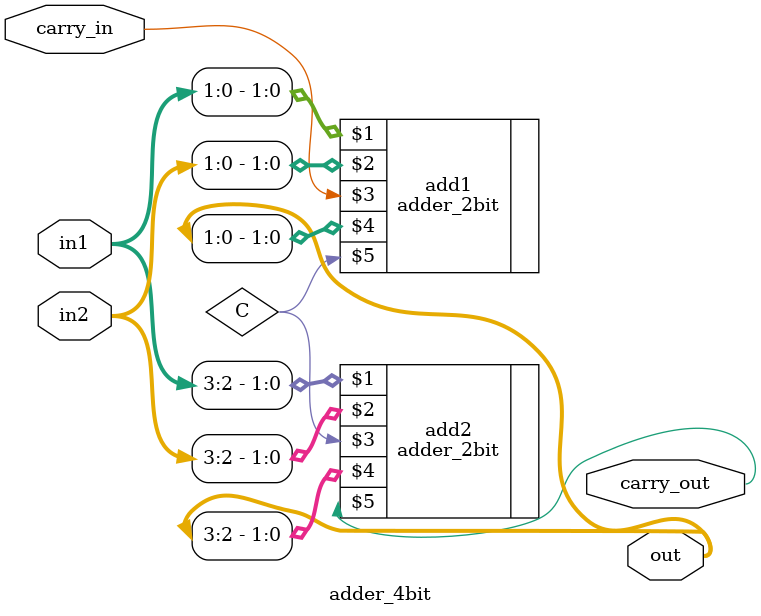
<source format=v>
module adder_4bit(input [3:0] in1, input [3:0] in2, input carry_in, output [3:0] out, output carry_out);
	wire C;
	
	adder_2bit add1(in1[1:0], in2[1:0], carry_in, out[1:0], C);
	adder_2bit add2(in1[3:2], in2[3:2], C, out[3:2], carry_out);
endmodule
</source>
